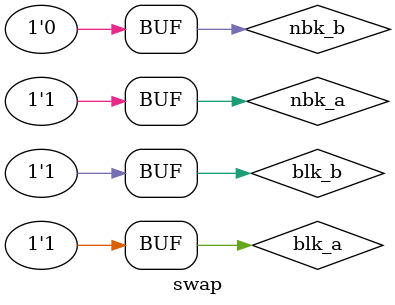
<source format=v>
module swap;
    reg blk_a, blk_b;
    reg nbk_a, nbk_b;

    initial begin
        blk_a = 0; blk_b = 1;
        #10
        blk_a = blk_b;
        blk_b = blk_a;
        #10;
    end

    initial begin
        nbk_a = 0; nbk_b = 1;
        #10
        nbk_a <= nbk_b;
        nbk_b <= nbk_a;
        #10;
    end

    initial begin
        $dumpfile("wave.vcd");
        $dumpvars(0, swap);
    end

endmodule
</source>
